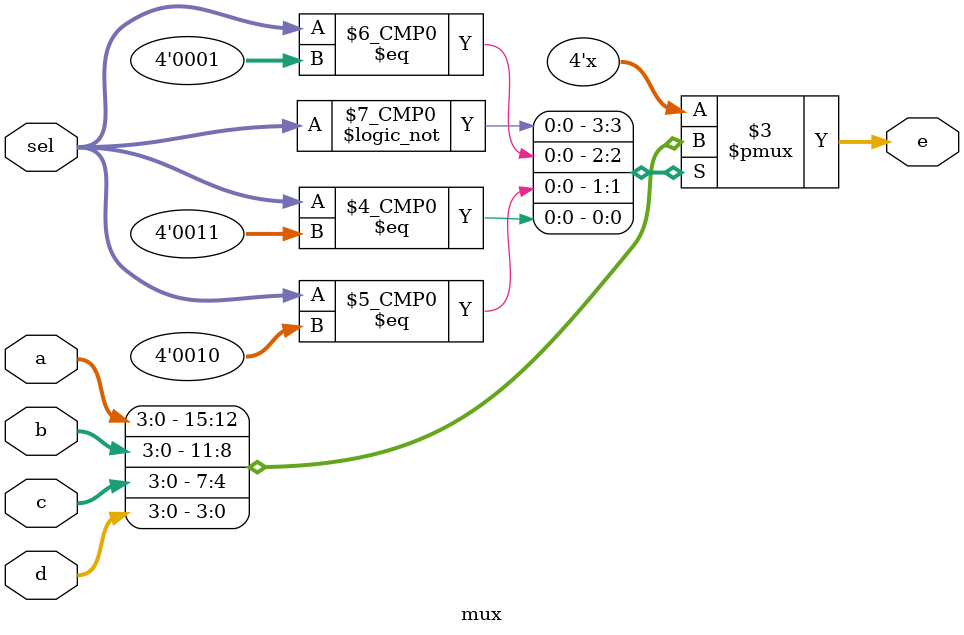
<source format=sv>
`timescale 1ns / 1ps


module mux#(parameter N=4)(
    input logic [N-1:0] a,
    input logic [N-1:0] b,
    input logic [N-1:0] c,
    input logic [N-1:0] d,
    input logic [N-1:0] sel,
    output logic [N-1:0] e
    );
    
    parameter [1:0] A=2'b00;
    parameter [1:0] B=2'b01;
    parameter [1:0] C=2'b10;
    parameter [1:0] D=2'b11;
    
    always_comb
    
        case(sel)
        A: e=a;
        B: e=b;
        C: e=c;
        D: e=d;
        default: e=4'bzzzz;
      endcase
        
    
endmodule




</source>
